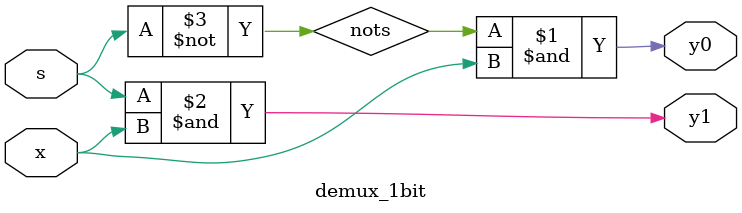
<source format=v>
module demux_1bit (s,x,y0,y1);

input s,x;
output y0,y1;

wire nots;

not not1(nots,s);
and and1(y0,nots,x);
and and2(y1,s,x);


    
endmodule
</source>
